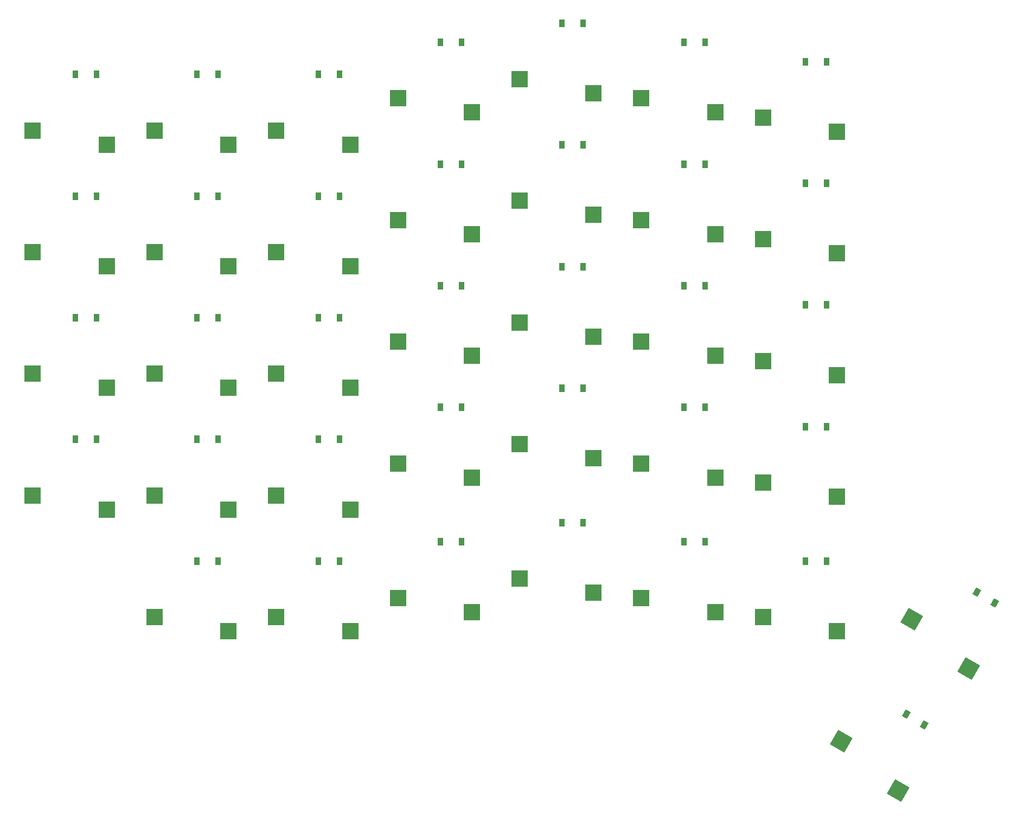
<source format=gbr>
%TF.GenerationSoftware,KiCad,Pcbnew,6.0.2*%
%TF.CreationDate,2022-02-19T14:05:47-05:00*%
%TF.ProjectId,jonkey-v1,6a6f6e6b-6579-42d7-9631-2e6b69636164,v1.0.0*%
%TF.SameCoordinates,Original*%
%TF.FileFunction,Paste,Bot*%
%TF.FilePolarity,Positive*%
%FSLAX46Y46*%
G04 Gerber Fmt 4.6, Leading zero omitted, Abs format (unit mm)*
G04 Created by KiCad (PCBNEW 6.0.2) date 2022-02-19 14:05:47*
%MOMM*%
%LPD*%
G01*
G04 APERTURE LIST*
G04 Aperture macros list*
%AMRotRect*
0 Rectangle, with rotation*
0 The origin of the aperture is its center*
0 $1 length*
0 $2 width*
0 $3 Rotation angle, in degrees counterclockwise*
0 Add horizontal line*
21,1,$1,$2,0,0,$3*%
G04 Aperture macros list end*
%ADD10R,0.900000X1.200000*%
%ADD11R,2.600000X2.600000*%
%ADD12RotRect,0.900000X1.200000X330.000000*%
%ADD13RotRect,2.600000X2.600000X150.000000*%
G04 APERTURE END LIST*
D10*
%TO.C,D1*%
X66670000Y-100280000D03*
X63370000Y-100280000D03*
%TD*%
D11*
%TO.C,S1*%
X68295000Y-111230000D03*
X56745000Y-109030000D03*
%TD*%
D10*
%TO.C,D2*%
X66670000Y-81280000D03*
X63370000Y-81280000D03*
%TD*%
D11*
%TO.C,S2*%
X68295000Y-92230000D03*
X56745000Y-90030000D03*
%TD*%
D10*
%TO.C,D3*%
X66670000Y-62280000D03*
X63370000Y-62280000D03*
%TD*%
D11*
%TO.C,S3*%
X68295000Y-73230000D03*
X56745000Y-71030000D03*
%TD*%
D10*
%TO.C,D4*%
X66670000Y-43280000D03*
X63370000Y-43280000D03*
%TD*%
D11*
%TO.C,S4*%
X68295000Y-54230000D03*
X56745000Y-52030000D03*
%TD*%
D10*
%TO.C,D5*%
X85670000Y-100280000D03*
X82370000Y-100280000D03*
%TD*%
D11*
%TO.C,S5*%
X87295000Y-111230000D03*
X75745000Y-109030000D03*
%TD*%
D10*
%TO.C,D6*%
X85670000Y-81280000D03*
X82370000Y-81280000D03*
%TD*%
D11*
%TO.C,S6*%
X87295000Y-92230000D03*
X75745000Y-90030000D03*
%TD*%
D10*
%TO.C,D7*%
X85670000Y-62280000D03*
X82370000Y-62280000D03*
%TD*%
D11*
%TO.C,S7*%
X87295000Y-73230000D03*
X75745000Y-71030000D03*
%TD*%
D10*
%TO.C,D8*%
X85670000Y-43280000D03*
X82370000Y-43280000D03*
%TD*%
D11*
%TO.C,S8*%
X87295000Y-54230000D03*
X75745000Y-52030000D03*
%TD*%
D10*
%TO.C,D9*%
X104670000Y-100280000D03*
X101370000Y-100280000D03*
%TD*%
D11*
%TO.C,S9*%
X106295000Y-111230000D03*
X94745000Y-109030000D03*
%TD*%
D10*
%TO.C,D10*%
X104670000Y-81280000D03*
X101370000Y-81280000D03*
%TD*%
D11*
%TO.C,S10*%
X106295000Y-92230000D03*
X94745000Y-90030000D03*
%TD*%
D10*
%TO.C,D11*%
X104670000Y-62280000D03*
X101370000Y-62280000D03*
%TD*%
D11*
%TO.C,S11*%
X106295000Y-73230000D03*
X94745000Y-71030000D03*
%TD*%
D10*
%TO.C,D12*%
X104670000Y-43280000D03*
X101370000Y-43280000D03*
%TD*%
D11*
%TO.C,S12*%
X106295000Y-54230000D03*
X94745000Y-52030000D03*
%TD*%
D10*
%TO.C,D13*%
X123670000Y-95280000D03*
X120370000Y-95280000D03*
%TD*%
D11*
%TO.C,S13*%
X125295000Y-106230000D03*
X113745000Y-104030000D03*
%TD*%
D10*
%TO.C,D14*%
X123670000Y-76280000D03*
X120370000Y-76280000D03*
%TD*%
D11*
%TO.C,S14*%
X125295000Y-87230000D03*
X113745000Y-85030000D03*
%TD*%
D10*
%TO.C,D15*%
X123670000Y-57280000D03*
X120370000Y-57280000D03*
%TD*%
D11*
%TO.C,S15*%
X125295000Y-68230000D03*
X113745000Y-66030000D03*
%TD*%
D10*
%TO.C,D16*%
X123670000Y-38280000D03*
X120370000Y-38280000D03*
%TD*%
D11*
%TO.C,S16*%
X125295000Y-49230000D03*
X113745000Y-47030000D03*
%TD*%
D10*
%TO.C,D17*%
X142670000Y-92280000D03*
X139370000Y-92280000D03*
%TD*%
D11*
%TO.C,S17*%
X144295000Y-103230000D03*
X132745000Y-101030000D03*
%TD*%
D10*
%TO.C,D18*%
X142670000Y-73280000D03*
X139370000Y-73280000D03*
%TD*%
D11*
%TO.C,S18*%
X144295000Y-84230000D03*
X132745000Y-82030000D03*
%TD*%
D10*
%TO.C,D19*%
X142670000Y-54280000D03*
X139370000Y-54280000D03*
%TD*%
D11*
%TO.C,S19*%
X144295000Y-65230000D03*
X132745000Y-63030000D03*
%TD*%
D10*
%TO.C,D20*%
X142670000Y-35280000D03*
X139370000Y-35280000D03*
%TD*%
D11*
%TO.C,S20*%
X144295000Y-46230000D03*
X132745000Y-44030000D03*
%TD*%
D10*
%TO.C,D21*%
X161670000Y-95280000D03*
X158370000Y-95280000D03*
%TD*%
D11*
%TO.C,S21*%
X163295000Y-106230000D03*
X151745000Y-104030000D03*
%TD*%
D10*
%TO.C,D22*%
X161670000Y-76280000D03*
X158370000Y-76280000D03*
%TD*%
D11*
%TO.C,S22*%
X163295000Y-87230000D03*
X151745000Y-85030000D03*
%TD*%
D10*
%TO.C,D23*%
X161670000Y-57280000D03*
X158370000Y-57280000D03*
%TD*%
D11*
%TO.C,S23*%
X163295000Y-68230000D03*
X151745000Y-66030000D03*
%TD*%
D10*
%TO.C,D24*%
X161670000Y-38280000D03*
X158370000Y-38280000D03*
%TD*%
D11*
%TO.C,S24*%
X163295000Y-49230000D03*
X151745000Y-47030000D03*
%TD*%
D10*
%TO.C,D25*%
X180670000Y-98280000D03*
X177370000Y-98280000D03*
%TD*%
D11*
%TO.C,S25*%
X182295000Y-109230000D03*
X170745000Y-107030000D03*
%TD*%
D10*
%TO.C,D26*%
X180670000Y-79280000D03*
X177370000Y-79280000D03*
%TD*%
D11*
%TO.C,S26*%
X182295000Y-90230000D03*
X170745000Y-88030000D03*
%TD*%
D10*
%TO.C,D27*%
X180670000Y-60280000D03*
X177370000Y-60280000D03*
%TD*%
D11*
%TO.C,S27*%
X182295000Y-71230000D03*
X170745000Y-69030000D03*
%TD*%
D10*
%TO.C,D28*%
X180670000Y-41280000D03*
X177370000Y-41280000D03*
%TD*%
D11*
%TO.C,S28*%
X182295000Y-52230000D03*
X170745000Y-50030000D03*
%TD*%
D10*
%TO.C,D29*%
X161670000Y-116280000D03*
X158370000Y-116280000D03*
%TD*%
D11*
%TO.C,S29*%
X163295000Y-127230000D03*
X151745000Y-125030000D03*
%TD*%
D10*
%TO.C,D30*%
X180670000Y-119280000D03*
X177370000Y-119280000D03*
%TD*%
D11*
%TO.C,S30*%
X182295000Y-130230000D03*
X170745000Y-128030000D03*
%TD*%
D12*
%TO.C,D31*%
X206948942Y-125774873D03*
X204091058Y-124124873D03*
%TD*%
D13*
%TO.C,S31*%
X202881233Y-136070351D03*
X193978640Y-128390095D03*
%TD*%
D12*
%TO.C,D32*%
X195948942Y-144827432D03*
X193091058Y-143177432D03*
%TD*%
D13*
%TO.C,S32*%
X191881233Y-155122910D03*
X182978640Y-147442654D03*
%TD*%
D10*
%TO.C,D33*%
X85670000Y-119280000D03*
X82370000Y-119280000D03*
%TD*%
D11*
%TO.C,S33*%
X87295000Y-130230000D03*
X75745000Y-128030000D03*
%TD*%
D10*
%TO.C,D34*%
X104670000Y-119280000D03*
X101370000Y-119280000D03*
%TD*%
D11*
%TO.C,S34*%
X106295000Y-130230000D03*
X94745000Y-128030000D03*
%TD*%
D10*
%TO.C,D35*%
X123670000Y-116280000D03*
X120370000Y-116280000D03*
%TD*%
D11*
%TO.C,S35*%
X125295000Y-127230000D03*
X113745000Y-125030000D03*
%TD*%
D10*
%TO.C,D36*%
X142670000Y-113280000D03*
X139370000Y-113280000D03*
%TD*%
D11*
%TO.C,S36*%
X144295000Y-124230000D03*
X132745000Y-122030000D03*
%TD*%
M02*

</source>
